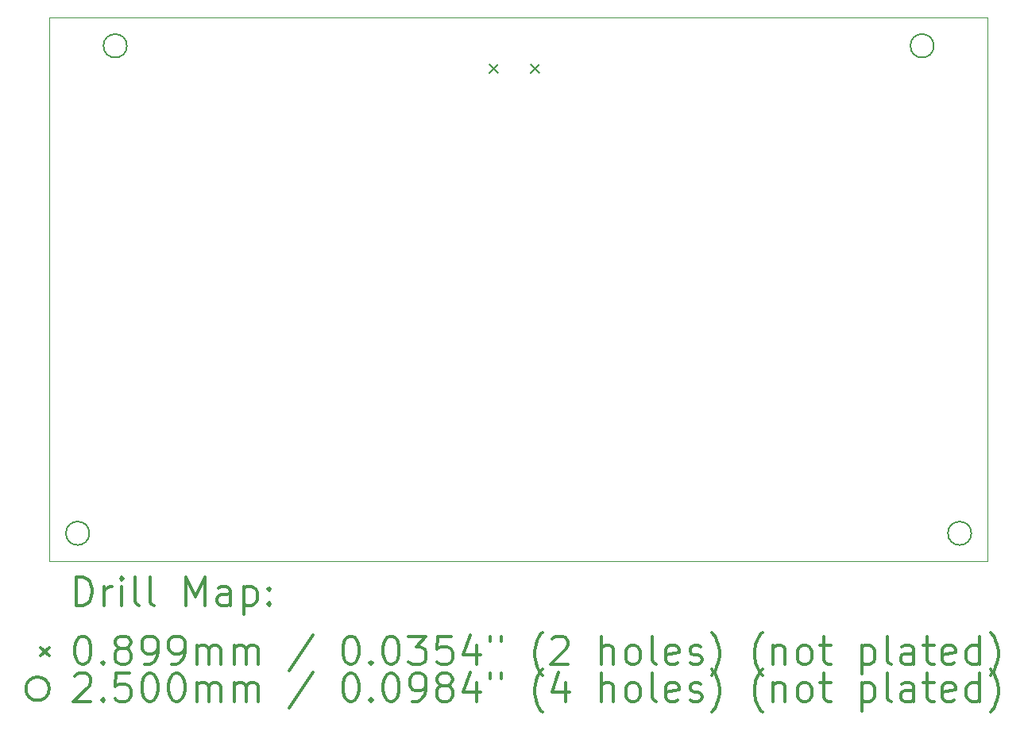
<source format=gbr>
%FSLAX45Y45*%
G04 Gerber Fmt 4.5, Leading zero omitted, Abs format (unit mm)*
G04 Created by KiCad (PCBNEW (5.1.12)-1) date 2021-11-29 00:38:07*
%MOMM*%
%LPD*%
G01*
G04 APERTURE LIST*
%TA.AperFunction,Profile*%
%ADD10C,0.050000*%
%TD*%
%ADD11C,0.200000*%
%ADD12C,0.300000*%
G04 APERTURE END LIST*
D10*
X27495500Y-13800000D02*
X17500000Y-13800000D01*
X27500000Y-8000000D02*
X17500000Y-8000000D01*
X17500000Y-8000000D02*
X17500000Y-13800000D01*
X27495500Y-13800000D02*
X27500000Y-8000000D01*
D11*
X22188678Y-8498332D02*
X22278594Y-8588248D01*
X22278594Y-8498332D02*
X22188678Y-8588248D01*
X22628606Y-8498332D02*
X22718522Y-8588248D01*
X22718522Y-8498332D02*
X22628606Y-8588248D01*
X17925000Y-13500000D02*
G75*
G03*
X17925000Y-13500000I-125000J0D01*
G01*
X18325000Y-8300000D02*
G75*
G03*
X18325000Y-8300000I-125000J0D01*
G01*
X26925000Y-8300000D02*
G75*
G03*
X26925000Y-8300000I-125000J0D01*
G01*
X27325000Y-13500000D02*
G75*
G03*
X27325000Y-13500000I-125000J0D01*
G01*
D12*
X17783928Y-14268214D02*
X17783928Y-13968214D01*
X17855357Y-13968214D01*
X17898214Y-13982500D01*
X17926786Y-14011071D01*
X17941071Y-14039643D01*
X17955357Y-14096786D01*
X17955357Y-14139643D01*
X17941071Y-14196786D01*
X17926786Y-14225357D01*
X17898214Y-14253929D01*
X17855357Y-14268214D01*
X17783928Y-14268214D01*
X18083928Y-14268214D02*
X18083928Y-14068214D01*
X18083928Y-14125357D02*
X18098214Y-14096786D01*
X18112500Y-14082500D01*
X18141071Y-14068214D01*
X18169643Y-14068214D01*
X18269643Y-14268214D02*
X18269643Y-14068214D01*
X18269643Y-13968214D02*
X18255357Y-13982500D01*
X18269643Y-13996786D01*
X18283928Y-13982500D01*
X18269643Y-13968214D01*
X18269643Y-13996786D01*
X18455357Y-14268214D02*
X18426786Y-14253929D01*
X18412500Y-14225357D01*
X18412500Y-13968214D01*
X18612500Y-14268214D02*
X18583928Y-14253929D01*
X18569643Y-14225357D01*
X18569643Y-13968214D01*
X18955357Y-14268214D02*
X18955357Y-13968214D01*
X19055357Y-14182500D01*
X19155357Y-13968214D01*
X19155357Y-14268214D01*
X19426786Y-14268214D02*
X19426786Y-14111071D01*
X19412500Y-14082500D01*
X19383928Y-14068214D01*
X19326786Y-14068214D01*
X19298214Y-14082500D01*
X19426786Y-14253929D02*
X19398214Y-14268214D01*
X19326786Y-14268214D01*
X19298214Y-14253929D01*
X19283928Y-14225357D01*
X19283928Y-14196786D01*
X19298214Y-14168214D01*
X19326786Y-14153929D01*
X19398214Y-14153929D01*
X19426786Y-14139643D01*
X19569643Y-14068214D02*
X19569643Y-14368214D01*
X19569643Y-14082500D02*
X19598214Y-14068214D01*
X19655357Y-14068214D01*
X19683928Y-14082500D01*
X19698214Y-14096786D01*
X19712500Y-14125357D01*
X19712500Y-14211071D01*
X19698214Y-14239643D01*
X19683928Y-14253929D01*
X19655357Y-14268214D01*
X19598214Y-14268214D01*
X19569643Y-14253929D01*
X19841071Y-14239643D02*
X19855357Y-14253929D01*
X19841071Y-14268214D01*
X19826786Y-14253929D01*
X19841071Y-14239643D01*
X19841071Y-14268214D01*
X19841071Y-14082500D02*
X19855357Y-14096786D01*
X19841071Y-14111071D01*
X19826786Y-14096786D01*
X19841071Y-14082500D01*
X19841071Y-14111071D01*
X17407584Y-14717542D02*
X17497500Y-14807458D01*
X17497500Y-14717542D02*
X17407584Y-14807458D01*
X17841071Y-14598214D02*
X17869643Y-14598214D01*
X17898214Y-14612500D01*
X17912500Y-14626786D01*
X17926786Y-14655357D01*
X17941071Y-14712500D01*
X17941071Y-14783929D01*
X17926786Y-14841071D01*
X17912500Y-14869643D01*
X17898214Y-14883929D01*
X17869643Y-14898214D01*
X17841071Y-14898214D01*
X17812500Y-14883929D01*
X17798214Y-14869643D01*
X17783928Y-14841071D01*
X17769643Y-14783929D01*
X17769643Y-14712500D01*
X17783928Y-14655357D01*
X17798214Y-14626786D01*
X17812500Y-14612500D01*
X17841071Y-14598214D01*
X18069643Y-14869643D02*
X18083928Y-14883929D01*
X18069643Y-14898214D01*
X18055357Y-14883929D01*
X18069643Y-14869643D01*
X18069643Y-14898214D01*
X18255357Y-14726786D02*
X18226786Y-14712500D01*
X18212500Y-14698214D01*
X18198214Y-14669643D01*
X18198214Y-14655357D01*
X18212500Y-14626786D01*
X18226786Y-14612500D01*
X18255357Y-14598214D01*
X18312500Y-14598214D01*
X18341071Y-14612500D01*
X18355357Y-14626786D01*
X18369643Y-14655357D01*
X18369643Y-14669643D01*
X18355357Y-14698214D01*
X18341071Y-14712500D01*
X18312500Y-14726786D01*
X18255357Y-14726786D01*
X18226786Y-14741071D01*
X18212500Y-14755357D01*
X18198214Y-14783929D01*
X18198214Y-14841071D01*
X18212500Y-14869643D01*
X18226786Y-14883929D01*
X18255357Y-14898214D01*
X18312500Y-14898214D01*
X18341071Y-14883929D01*
X18355357Y-14869643D01*
X18369643Y-14841071D01*
X18369643Y-14783929D01*
X18355357Y-14755357D01*
X18341071Y-14741071D01*
X18312500Y-14726786D01*
X18512500Y-14898214D02*
X18569643Y-14898214D01*
X18598214Y-14883929D01*
X18612500Y-14869643D01*
X18641071Y-14826786D01*
X18655357Y-14769643D01*
X18655357Y-14655357D01*
X18641071Y-14626786D01*
X18626786Y-14612500D01*
X18598214Y-14598214D01*
X18541071Y-14598214D01*
X18512500Y-14612500D01*
X18498214Y-14626786D01*
X18483928Y-14655357D01*
X18483928Y-14726786D01*
X18498214Y-14755357D01*
X18512500Y-14769643D01*
X18541071Y-14783929D01*
X18598214Y-14783929D01*
X18626786Y-14769643D01*
X18641071Y-14755357D01*
X18655357Y-14726786D01*
X18798214Y-14898214D02*
X18855357Y-14898214D01*
X18883928Y-14883929D01*
X18898214Y-14869643D01*
X18926786Y-14826786D01*
X18941071Y-14769643D01*
X18941071Y-14655357D01*
X18926786Y-14626786D01*
X18912500Y-14612500D01*
X18883928Y-14598214D01*
X18826786Y-14598214D01*
X18798214Y-14612500D01*
X18783928Y-14626786D01*
X18769643Y-14655357D01*
X18769643Y-14726786D01*
X18783928Y-14755357D01*
X18798214Y-14769643D01*
X18826786Y-14783929D01*
X18883928Y-14783929D01*
X18912500Y-14769643D01*
X18926786Y-14755357D01*
X18941071Y-14726786D01*
X19069643Y-14898214D02*
X19069643Y-14698214D01*
X19069643Y-14726786D02*
X19083928Y-14712500D01*
X19112500Y-14698214D01*
X19155357Y-14698214D01*
X19183928Y-14712500D01*
X19198214Y-14741071D01*
X19198214Y-14898214D01*
X19198214Y-14741071D02*
X19212500Y-14712500D01*
X19241071Y-14698214D01*
X19283928Y-14698214D01*
X19312500Y-14712500D01*
X19326786Y-14741071D01*
X19326786Y-14898214D01*
X19469643Y-14898214D02*
X19469643Y-14698214D01*
X19469643Y-14726786D02*
X19483928Y-14712500D01*
X19512500Y-14698214D01*
X19555357Y-14698214D01*
X19583928Y-14712500D01*
X19598214Y-14741071D01*
X19598214Y-14898214D01*
X19598214Y-14741071D02*
X19612500Y-14712500D01*
X19641071Y-14698214D01*
X19683928Y-14698214D01*
X19712500Y-14712500D01*
X19726786Y-14741071D01*
X19726786Y-14898214D01*
X20312500Y-14583929D02*
X20055357Y-14969643D01*
X20698214Y-14598214D02*
X20726786Y-14598214D01*
X20755357Y-14612500D01*
X20769643Y-14626786D01*
X20783928Y-14655357D01*
X20798214Y-14712500D01*
X20798214Y-14783929D01*
X20783928Y-14841071D01*
X20769643Y-14869643D01*
X20755357Y-14883929D01*
X20726786Y-14898214D01*
X20698214Y-14898214D01*
X20669643Y-14883929D01*
X20655357Y-14869643D01*
X20641071Y-14841071D01*
X20626786Y-14783929D01*
X20626786Y-14712500D01*
X20641071Y-14655357D01*
X20655357Y-14626786D01*
X20669643Y-14612500D01*
X20698214Y-14598214D01*
X20926786Y-14869643D02*
X20941071Y-14883929D01*
X20926786Y-14898214D01*
X20912500Y-14883929D01*
X20926786Y-14869643D01*
X20926786Y-14898214D01*
X21126786Y-14598214D02*
X21155357Y-14598214D01*
X21183928Y-14612500D01*
X21198214Y-14626786D01*
X21212500Y-14655357D01*
X21226786Y-14712500D01*
X21226786Y-14783929D01*
X21212500Y-14841071D01*
X21198214Y-14869643D01*
X21183928Y-14883929D01*
X21155357Y-14898214D01*
X21126786Y-14898214D01*
X21098214Y-14883929D01*
X21083928Y-14869643D01*
X21069643Y-14841071D01*
X21055357Y-14783929D01*
X21055357Y-14712500D01*
X21069643Y-14655357D01*
X21083928Y-14626786D01*
X21098214Y-14612500D01*
X21126786Y-14598214D01*
X21326786Y-14598214D02*
X21512500Y-14598214D01*
X21412500Y-14712500D01*
X21455357Y-14712500D01*
X21483928Y-14726786D01*
X21498214Y-14741071D01*
X21512500Y-14769643D01*
X21512500Y-14841071D01*
X21498214Y-14869643D01*
X21483928Y-14883929D01*
X21455357Y-14898214D01*
X21369643Y-14898214D01*
X21341071Y-14883929D01*
X21326786Y-14869643D01*
X21783928Y-14598214D02*
X21641071Y-14598214D01*
X21626786Y-14741071D01*
X21641071Y-14726786D01*
X21669643Y-14712500D01*
X21741071Y-14712500D01*
X21769643Y-14726786D01*
X21783928Y-14741071D01*
X21798214Y-14769643D01*
X21798214Y-14841071D01*
X21783928Y-14869643D01*
X21769643Y-14883929D01*
X21741071Y-14898214D01*
X21669643Y-14898214D01*
X21641071Y-14883929D01*
X21626786Y-14869643D01*
X22055357Y-14698214D02*
X22055357Y-14898214D01*
X21983928Y-14583929D02*
X21912500Y-14798214D01*
X22098214Y-14798214D01*
X22198214Y-14598214D02*
X22198214Y-14655357D01*
X22312500Y-14598214D02*
X22312500Y-14655357D01*
X22755357Y-15012500D02*
X22741071Y-14998214D01*
X22712500Y-14955357D01*
X22698214Y-14926786D01*
X22683928Y-14883929D01*
X22669643Y-14812500D01*
X22669643Y-14755357D01*
X22683928Y-14683929D01*
X22698214Y-14641071D01*
X22712500Y-14612500D01*
X22741071Y-14569643D01*
X22755357Y-14555357D01*
X22855357Y-14626786D02*
X22869643Y-14612500D01*
X22898214Y-14598214D01*
X22969643Y-14598214D01*
X22998214Y-14612500D01*
X23012500Y-14626786D01*
X23026786Y-14655357D01*
X23026786Y-14683929D01*
X23012500Y-14726786D01*
X22841071Y-14898214D01*
X23026786Y-14898214D01*
X23383928Y-14898214D02*
X23383928Y-14598214D01*
X23512500Y-14898214D02*
X23512500Y-14741071D01*
X23498214Y-14712500D01*
X23469643Y-14698214D01*
X23426786Y-14698214D01*
X23398214Y-14712500D01*
X23383928Y-14726786D01*
X23698214Y-14898214D02*
X23669643Y-14883929D01*
X23655357Y-14869643D01*
X23641071Y-14841071D01*
X23641071Y-14755357D01*
X23655357Y-14726786D01*
X23669643Y-14712500D01*
X23698214Y-14698214D01*
X23741071Y-14698214D01*
X23769643Y-14712500D01*
X23783928Y-14726786D01*
X23798214Y-14755357D01*
X23798214Y-14841071D01*
X23783928Y-14869643D01*
X23769643Y-14883929D01*
X23741071Y-14898214D01*
X23698214Y-14898214D01*
X23969643Y-14898214D02*
X23941071Y-14883929D01*
X23926786Y-14855357D01*
X23926786Y-14598214D01*
X24198214Y-14883929D02*
X24169643Y-14898214D01*
X24112500Y-14898214D01*
X24083928Y-14883929D01*
X24069643Y-14855357D01*
X24069643Y-14741071D01*
X24083928Y-14712500D01*
X24112500Y-14698214D01*
X24169643Y-14698214D01*
X24198214Y-14712500D01*
X24212500Y-14741071D01*
X24212500Y-14769643D01*
X24069643Y-14798214D01*
X24326786Y-14883929D02*
X24355357Y-14898214D01*
X24412500Y-14898214D01*
X24441071Y-14883929D01*
X24455357Y-14855357D01*
X24455357Y-14841071D01*
X24441071Y-14812500D01*
X24412500Y-14798214D01*
X24369643Y-14798214D01*
X24341071Y-14783929D01*
X24326786Y-14755357D01*
X24326786Y-14741071D01*
X24341071Y-14712500D01*
X24369643Y-14698214D01*
X24412500Y-14698214D01*
X24441071Y-14712500D01*
X24555357Y-15012500D02*
X24569643Y-14998214D01*
X24598214Y-14955357D01*
X24612500Y-14926786D01*
X24626786Y-14883929D01*
X24641071Y-14812500D01*
X24641071Y-14755357D01*
X24626786Y-14683929D01*
X24612500Y-14641071D01*
X24598214Y-14612500D01*
X24569643Y-14569643D01*
X24555357Y-14555357D01*
X25098214Y-15012500D02*
X25083928Y-14998214D01*
X25055357Y-14955357D01*
X25041071Y-14926786D01*
X25026786Y-14883929D01*
X25012500Y-14812500D01*
X25012500Y-14755357D01*
X25026786Y-14683929D01*
X25041071Y-14641071D01*
X25055357Y-14612500D01*
X25083928Y-14569643D01*
X25098214Y-14555357D01*
X25212500Y-14698214D02*
X25212500Y-14898214D01*
X25212500Y-14726786D02*
X25226786Y-14712500D01*
X25255357Y-14698214D01*
X25298214Y-14698214D01*
X25326786Y-14712500D01*
X25341071Y-14741071D01*
X25341071Y-14898214D01*
X25526786Y-14898214D02*
X25498214Y-14883929D01*
X25483928Y-14869643D01*
X25469643Y-14841071D01*
X25469643Y-14755357D01*
X25483928Y-14726786D01*
X25498214Y-14712500D01*
X25526786Y-14698214D01*
X25569643Y-14698214D01*
X25598214Y-14712500D01*
X25612500Y-14726786D01*
X25626786Y-14755357D01*
X25626786Y-14841071D01*
X25612500Y-14869643D01*
X25598214Y-14883929D01*
X25569643Y-14898214D01*
X25526786Y-14898214D01*
X25712500Y-14698214D02*
X25826786Y-14698214D01*
X25755357Y-14598214D02*
X25755357Y-14855357D01*
X25769643Y-14883929D01*
X25798214Y-14898214D01*
X25826786Y-14898214D01*
X26155357Y-14698214D02*
X26155357Y-14998214D01*
X26155357Y-14712500D02*
X26183928Y-14698214D01*
X26241071Y-14698214D01*
X26269643Y-14712500D01*
X26283928Y-14726786D01*
X26298214Y-14755357D01*
X26298214Y-14841071D01*
X26283928Y-14869643D01*
X26269643Y-14883929D01*
X26241071Y-14898214D01*
X26183928Y-14898214D01*
X26155357Y-14883929D01*
X26469643Y-14898214D02*
X26441071Y-14883929D01*
X26426786Y-14855357D01*
X26426786Y-14598214D01*
X26712500Y-14898214D02*
X26712500Y-14741071D01*
X26698214Y-14712500D01*
X26669643Y-14698214D01*
X26612500Y-14698214D01*
X26583928Y-14712500D01*
X26712500Y-14883929D02*
X26683928Y-14898214D01*
X26612500Y-14898214D01*
X26583928Y-14883929D01*
X26569643Y-14855357D01*
X26569643Y-14826786D01*
X26583928Y-14798214D01*
X26612500Y-14783929D01*
X26683928Y-14783929D01*
X26712500Y-14769643D01*
X26812500Y-14698214D02*
X26926786Y-14698214D01*
X26855357Y-14598214D02*
X26855357Y-14855357D01*
X26869643Y-14883929D01*
X26898214Y-14898214D01*
X26926786Y-14898214D01*
X27141071Y-14883929D02*
X27112500Y-14898214D01*
X27055357Y-14898214D01*
X27026786Y-14883929D01*
X27012500Y-14855357D01*
X27012500Y-14741071D01*
X27026786Y-14712500D01*
X27055357Y-14698214D01*
X27112500Y-14698214D01*
X27141071Y-14712500D01*
X27155357Y-14741071D01*
X27155357Y-14769643D01*
X27012500Y-14798214D01*
X27412500Y-14898214D02*
X27412500Y-14598214D01*
X27412500Y-14883929D02*
X27383928Y-14898214D01*
X27326786Y-14898214D01*
X27298214Y-14883929D01*
X27283928Y-14869643D01*
X27269643Y-14841071D01*
X27269643Y-14755357D01*
X27283928Y-14726786D01*
X27298214Y-14712500D01*
X27326786Y-14698214D01*
X27383928Y-14698214D01*
X27412500Y-14712500D01*
X27526786Y-15012500D02*
X27541071Y-14998214D01*
X27569643Y-14955357D01*
X27583928Y-14926786D01*
X27598214Y-14883929D01*
X27612500Y-14812500D01*
X27612500Y-14755357D01*
X27598214Y-14683929D01*
X27583928Y-14641071D01*
X27569643Y-14612500D01*
X27541071Y-14569643D01*
X27526786Y-14555357D01*
X17497500Y-15158500D02*
G75*
G03*
X17497500Y-15158500I-125000J0D01*
G01*
X17769643Y-15022786D02*
X17783928Y-15008500D01*
X17812500Y-14994214D01*
X17883928Y-14994214D01*
X17912500Y-15008500D01*
X17926786Y-15022786D01*
X17941071Y-15051357D01*
X17941071Y-15079929D01*
X17926786Y-15122786D01*
X17755357Y-15294214D01*
X17941071Y-15294214D01*
X18069643Y-15265643D02*
X18083928Y-15279929D01*
X18069643Y-15294214D01*
X18055357Y-15279929D01*
X18069643Y-15265643D01*
X18069643Y-15294214D01*
X18355357Y-14994214D02*
X18212500Y-14994214D01*
X18198214Y-15137071D01*
X18212500Y-15122786D01*
X18241071Y-15108500D01*
X18312500Y-15108500D01*
X18341071Y-15122786D01*
X18355357Y-15137071D01*
X18369643Y-15165643D01*
X18369643Y-15237071D01*
X18355357Y-15265643D01*
X18341071Y-15279929D01*
X18312500Y-15294214D01*
X18241071Y-15294214D01*
X18212500Y-15279929D01*
X18198214Y-15265643D01*
X18555357Y-14994214D02*
X18583928Y-14994214D01*
X18612500Y-15008500D01*
X18626786Y-15022786D01*
X18641071Y-15051357D01*
X18655357Y-15108500D01*
X18655357Y-15179929D01*
X18641071Y-15237071D01*
X18626786Y-15265643D01*
X18612500Y-15279929D01*
X18583928Y-15294214D01*
X18555357Y-15294214D01*
X18526786Y-15279929D01*
X18512500Y-15265643D01*
X18498214Y-15237071D01*
X18483928Y-15179929D01*
X18483928Y-15108500D01*
X18498214Y-15051357D01*
X18512500Y-15022786D01*
X18526786Y-15008500D01*
X18555357Y-14994214D01*
X18841071Y-14994214D02*
X18869643Y-14994214D01*
X18898214Y-15008500D01*
X18912500Y-15022786D01*
X18926786Y-15051357D01*
X18941071Y-15108500D01*
X18941071Y-15179929D01*
X18926786Y-15237071D01*
X18912500Y-15265643D01*
X18898214Y-15279929D01*
X18869643Y-15294214D01*
X18841071Y-15294214D01*
X18812500Y-15279929D01*
X18798214Y-15265643D01*
X18783928Y-15237071D01*
X18769643Y-15179929D01*
X18769643Y-15108500D01*
X18783928Y-15051357D01*
X18798214Y-15022786D01*
X18812500Y-15008500D01*
X18841071Y-14994214D01*
X19069643Y-15294214D02*
X19069643Y-15094214D01*
X19069643Y-15122786D02*
X19083928Y-15108500D01*
X19112500Y-15094214D01*
X19155357Y-15094214D01*
X19183928Y-15108500D01*
X19198214Y-15137071D01*
X19198214Y-15294214D01*
X19198214Y-15137071D02*
X19212500Y-15108500D01*
X19241071Y-15094214D01*
X19283928Y-15094214D01*
X19312500Y-15108500D01*
X19326786Y-15137071D01*
X19326786Y-15294214D01*
X19469643Y-15294214D02*
X19469643Y-15094214D01*
X19469643Y-15122786D02*
X19483928Y-15108500D01*
X19512500Y-15094214D01*
X19555357Y-15094214D01*
X19583928Y-15108500D01*
X19598214Y-15137071D01*
X19598214Y-15294214D01*
X19598214Y-15137071D02*
X19612500Y-15108500D01*
X19641071Y-15094214D01*
X19683928Y-15094214D01*
X19712500Y-15108500D01*
X19726786Y-15137071D01*
X19726786Y-15294214D01*
X20312500Y-14979929D02*
X20055357Y-15365643D01*
X20698214Y-14994214D02*
X20726786Y-14994214D01*
X20755357Y-15008500D01*
X20769643Y-15022786D01*
X20783928Y-15051357D01*
X20798214Y-15108500D01*
X20798214Y-15179929D01*
X20783928Y-15237071D01*
X20769643Y-15265643D01*
X20755357Y-15279929D01*
X20726786Y-15294214D01*
X20698214Y-15294214D01*
X20669643Y-15279929D01*
X20655357Y-15265643D01*
X20641071Y-15237071D01*
X20626786Y-15179929D01*
X20626786Y-15108500D01*
X20641071Y-15051357D01*
X20655357Y-15022786D01*
X20669643Y-15008500D01*
X20698214Y-14994214D01*
X20926786Y-15265643D02*
X20941071Y-15279929D01*
X20926786Y-15294214D01*
X20912500Y-15279929D01*
X20926786Y-15265643D01*
X20926786Y-15294214D01*
X21126786Y-14994214D02*
X21155357Y-14994214D01*
X21183928Y-15008500D01*
X21198214Y-15022786D01*
X21212500Y-15051357D01*
X21226786Y-15108500D01*
X21226786Y-15179929D01*
X21212500Y-15237071D01*
X21198214Y-15265643D01*
X21183928Y-15279929D01*
X21155357Y-15294214D01*
X21126786Y-15294214D01*
X21098214Y-15279929D01*
X21083928Y-15265643D01*
X21069643Y-15237071D01*
X21055357Y-15179929D01*
X21055357Y-15108500D01*
X21069643Y-15051357D01*
X21083928Y-15022786D01*
X21098214Y-15008500D01*
X21126786Y-14994214D01*
X21369643Y-15294214D02*
X21426786Y-15294214D01*
X21455357Y-15279929D01*
X21469643Y-15265643D01*
X21498214Y-15222786D01*
X21512500Y-15165643D01*
X21512500Y-15051357D01*
X21498214Y-15022786D01*
X21483928Y-15008500D01*
X21455357Y-14994214D01*
X21398214Y-14994214D01*
X21369643Y-15008500D01*
X21355357Y-15022786D01*
X21341071Y-15051357D01*
X21341071Y-15122786D01*
X21355357Y-15151357D01*
X21369643Y-15165643D01*
X21398214Y-15179929D01*
X21455357Y-15179929D01*
X21483928Y-15165643D01*
X21498214Y-15151357D01*
X21512500Y-15122786D01*
X21683928Y-15122786D02*
X21655357Y-15108500D01*
X21641071Y-15094214D01*
X21626786Y-15065643D01*
X21626786Y-15051357D01*
X21641071Y-15022786D01*
X21655357Y-15008500D01*
X21683928Y-14994214D01*
X21741071Y-14994214D01*
X21769643Y-15008500D01*
X21783928Y-15022786D01*
X21798214Y-15051357D01*
X21798214Y-15065643D01*
X21783928Y-15094214D01*
X21769643Y-15108500D01*
X21741071Y-15122786D01*
X21683928Y-15122786D01*
X21655357Y-15137071D01*
X21641071Y-15151357D01*
X21626786Y-15179929D01*
X21626786Y-15237071D01*
X21641071Y-15265643D01*
X21655357Y-15279929D01*
X21683928Y-15294214D01*
X21741071Y-15294214D01*
X21769643Y-15279929D01*
X21783928Y-15265643D01*
X21798214Y-15237071D01*
X21798214Y-15179929D01*
X21783928Y-15151357D01*
X21769643Y-15137071D01*
X21741071Y-15122786D01*
X22055357Y-15094214D02*
X22055357Y-15294214D01*
X21983928Y-14979929D02*
X21912500Y-15194214D01*
X22098214Y-15194214D01*
X22198214Y-14994214D02*
X22198214Y-15051357D01*
X22312500Y-14994214D02*
X22312500Y-15051357D01*
X22755357Y-15408500D02*
X22741071Y-15394214D01*
X22712500Y-15351357D01*
X22698214Y-15322786D01*
X22683928Y-15279929D01*
X22669643Y-15208500D01*
X22669643Y-15151357D01*
X22683928Y-15079929D01*
X22698214Y-15037071D01*
X22712500Y-15008500D01*
X22741071Y-14965643D01*
X22755357Y-14951357D01*
X22998214Y-15094214D02*
X22998214Y-15294214D01*
X22926786Y-14979929D02*
X22855357Y-15194214D01*
X23041071Y-15194214D01*
X23383928Y-15294214D02*
X23383928Y-14994214D01*
X23512500Y-15294214D02*
X23512500Y-15137071D01*
X23498214Y-15108500D01*
X23469643Y-15094214D01*
X23426786Y-15094214D01*
X23398214Y-15108500D01*
X23383928Y-15122786D01*
X23698214Y-15294214D02*
X23669643Y-15279929D01*
X23655357Y-15265643D01*
X23641071Y-15237071D01*
X23641071Y-15151357D01*
X23655357Y-15122786D01*
X23669643Y-15108500D01*
X23698214Y-15094214D01*
X23741071Y-15094214D01*
X23769643Y-15108500D01*
X23783928Y-15122786D01*
X23798214Y-15151357D01*
X23798214Y-15237071D01*
X23783928Y-15265643D01*
X23769643Y-15279929D01*
X23741071Y-15294214D01*
X23698214Y-15294214D01*
X23969643Y-15294214D02*
X23941071Y-15279929D01*
X23926786Y-15251357D01*
X23926786Y-14994214D01*
X24198214Y-15279929D02*
X24169643Y-15294214D01*
X24112500Y-15294214D01*
X24083928Y-15279929D01*
X24069643Y-15251357D01*
X24069643Y-15137071D01*
X24083928Y-15108500D01*
X24112500Y-15094214D01*
X24169643Y-15094214D01*
X24198214Y-15108500D01*
X24212500Y-15137071D01*
X24212500Y-15165643D01*
X24069643Y-15194214D01*
X24326786Y-15279929D02*
X24355357Y-15294214D01*
X24412500Y-15294214D01*
X24441071Y-15279929D01*
X24455357Y-15251357D01*
X24455357Y-15237071D01*
X24441071Y-15208500D01*
X24412500Y-15194214D01*
X24369643Y-15194214D01*
X24341071Y-15179929D01*
X24326786Y-15151357D01*
X24326786Y-15137071D01*
X24341071Y-15108500D01*
X24369643Y-15094214D01*
X24412500Y-15094214D01*
X24441071Y-15108500D01*
X24555357Y-15408500D02*
X24569643Y-15394214D01*
X24598214Y-15351357D01*
X24612500Y-15322786D01*
X24626786Y-15279929D01*
X24641071Y-15208500D01*
X24641071Y-15151357D01*
X24626786Y-15079929D01*
X24612500Y-15037071D01*
X24598214Y-15008500D01*
X24569643Y-14965643D01*
X24555357Y-14951357D01*
X25098214Y-15408500D02*
X25083928Y-15394214D01*
X25055357Y-15351357D01*
X25041071Y-15322786D01*
X25026786Y-15279929D01*
X25012500Y-15208500D01*
X25012500Y-15151357D01*
X25026786Y-15079929D01*
X25041071Y-15037071D01*
X25055357Y-15008500D01*
X25083928Y-14965643D01*
X25098214Y-14951357D01*
X25212500Y-15094214D02*
X25212500Y-15294214D01*
X25212500Y-15122786D02*
X25226786Y-15108500D01*
X25255357Y-15094214D01*
X25298214Y-15094214D01*
X25326786Y-15108500D01*
X25341071Y-15137071D01*
X25341071Y-15294214D01*
X25526786Y-15294214D02*
X25498214Y-15279929D01*
X25483928Y-15265643D01*
X25469643Y-15237071D01*
X25469643Y-15151357D01*
X25483928Y-15122786D01*
X25498214Y-15108500D01*
X25526786Y-15094214D01*
X25569643Y-15094214D01*
X25598214Y-15108500D01*
X25612500Y-15122786D01*
X25626786Y-15151357D01*
X25626786Y-15237071D01*
X25612500Y-15265643D01*
X25598214Y-15279929D01*
X25569643Y-15294214D01*
X25526786Y-15294214D01*
X25712500Y-15094214D02*
X25826786Y-15094214D01*
X25755357Y-14994214D02*
X25755357Y-15251357D01*
X25769643Y-15279929D01*
X25798214Y-15294214D01*
X25826786Y-15294214D01*
X26155357Y-15094214D02*
X26155357Y-15394214D01*
X26155357Y-15108500D02*
X26183928Y-15094214D01*
X26241071Y-15094214D01*
X26269643Y-15108500D01*
X26283928Y-15122786D01*
X26298214Y-15151357D01*
X26298214Y-15237071D01*
X26283928Y-15265643D01*
X26269643Y-15279929D01*
X26241071Y-15294214D01*
X26183928Y-15294214D01*
X26155357Y-15279929D01*
X26469643Y-15294214D02*
X26441071Y-15279929D01*
X26426786Y-15251357D01*
X26426786Y-14994214D01*
X26712500Y-15294214D02*
X26712500Y-15137071D01*
X26698214Y-15108500D01*
X26669643Y-15094214D01*
X26612500Y-15094214D01*
X26583928Y-15108500D01*
X26712500Y-15279929D02*
X26683928Y-15294214D01*
X26612500Y-15294214D01*
X26583928Y-15279929D01*
X26569643Y-15251357D01*
X26569643Y-15222786D01*
X26583928Y-15194214D01*
X26612500Y-15179929D01*
X26683928Y-15179929D01*
X26712500Y-15165643D01*
X26812500Y-15094214D02*
X26926786Y-15094214D01*
X26855357Y-14994214D02*
X26855357Y-15251357D01*
X26869643Y-15279929D01*
X26898214Y-15294214D01*
X26926786Y-15294214D01*
X27141071Y-15279929D02*
X27112500Y-15294214D01*
X27055357Y-15294214D01*
X27026786Y-15279929D01*
X27012500Y-15251357D01*
X27012500Y-15137071D01*
X27026786Y-15108500D01*
X27055357Y-15094214D01*
X27112500Y-15094214D01*
X27141071Y-15108500D01*
X27155357Y-15137071D01*
X27155357Y-15165643D01*
X27012500Y-15194214D01*
X27412500Y-15294214D02*
X27412500Y-14994214D01*
X27412500Y-15279929D02*
X27383928Y-15294214D01*
X27326786Y-15294214D01*
X27298214Y-15279929D01*
X27283928Y-15265643D01*
X27269643Y-15237071D01*
X27269643Y-15151357D01*
X27283928Y-15122786D01*
X27298214Y-15108500D01*
X27326786Y-15094214D01*
X27383928Y-15094214D01*
X27412500Y-15108500D01*
X27526786Y-15408500D02*
X27541071Y-15394214D01*
X27569643Y-15351357D01*
X27583928Y-15322786D01*
X27598214Y-15279929D01*
X27612500Y-15208500D01*
X27612500Y-15151357D01*
X27598214Y-15079929D01*
X27583928Y-15037071D01*
X27569643Y-15008500D01*
X27541071Y-14965643D01*
X27526786Y-14951357D01*
M02*

</source>
